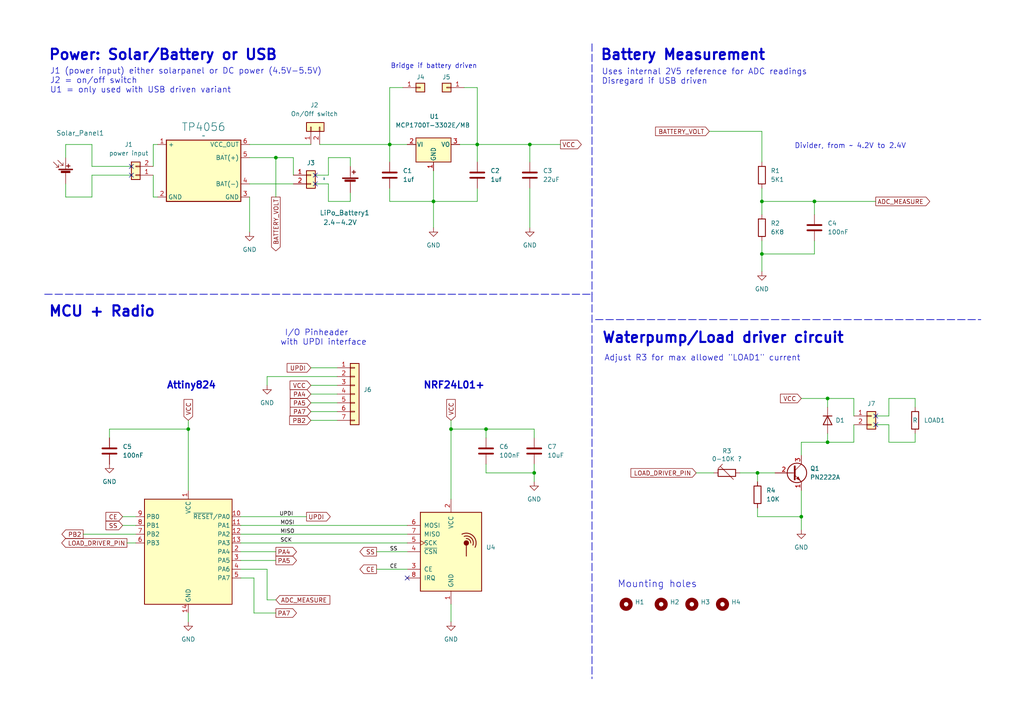
<source format=kicad_sch>
(kicad_sch (version 20231120) (generator "eeschema") (generator_version "8.0")
  (paper "A4")
  (title_block (title "Radio Node SMD") (date "2023-04-01") (rev "1.0"))
  (lib_symbols
    (symbol "Connector_Generic:Conn_01x01" (pin_names (offset 1.016) hide)
      (property "Reference" "J" (at 0 2.54 0))
      (property "Value" "Conn_01x01" (at 0 -2.54 0))
      (symbol "Conn_01x01_1_1"
        (rectangle (start -1.27 0.127) (end 0 -0.127) (stroke (width 0.1524)))
        (rectangle (start -1.27 1.27) (end 1.27 -1.27) (stroke (width 0.254)) (fill (type background)))
        (pin passive line (at -5.08 0 0) (length 3.81) (name "Pin_1") (number "1"))
      )
    )
    (symbol "Connector_Generic:Conn_01x02" (pin_names (offset 1.016) hide)
      (property "Reference" "J" (at 0 2.54 0))
      (property "Value" "Conn_01x02" (at 0 -5.08 0))
      (symbol "Conn_01x02_1_1"
        (rectangle (start -1.27 -2.413) (end 0 -2.667) (stroke (width 0.1524)))
        (rectangle (start -1.27 0.127) (end 0 -0.127) (stroke (width 0.1524)))
        (rectangle (start -1.27 1.27) (end 1.27 -3.81) (stroke (width 0.254)) (fill (type background)))
        (pin passive line (at -5.08 0 0) (length 3.81) (name "Pin_1") (number "1"))
        (pin passive line (at -5.08 -2.54 0) (length 3.81) (name "Pin_2") (number "2"))
      )
    )
    (symbol "Connector_Generic:Conn_01x07" (pin_names (offset 1.016) hide)
      (property "Reference" "J" (at 0 10.16 0))
      (property "Value" "Conn_01x07" (at 0 -10.16 0))
      (symbol "Conn_01x07_1_1"
        (rectangle (start -1.27 -7.493) (end 0 -7.747) (stroke (width 0.1524)))
        (rectangle (start -1.27 -4.953) (end 0 -5.207) (stroke (width 0.1524)))
        (rectangle (start -1.27 -2.413) (end 0 -2.667) (stroke (width 0.1524)))
        (rectangle (start -1.27 0.127) (end 0 -0.127) (stroke (width 0.1524)))
        (rectangle (start -1.27 2.667) (end 0 2.413) (stroke (width 0.1524)))
        (rectangle (start -1.27 5.207) (end 0 4.953) (stroke (width 0.1524)))
        (rectangle (start -1.27 7.747) (end 0 7.493) (stroke (width 0.1524)))
        (rectangle (start -1.27 8.89) (end 1.27 -8.89) (stroke (width 0.254)) (fill (type background)))
        (pin passive line (at -5.08 7.62 0) (length 3.81) (name "Pin_1") (number "1"))
        (pin passive line (at -5.08 5.08 0) (length 3.81) (name "Pin_2") (number "2"))
        (pin passive line (at -5.08 2.54 0) (length 3.81) (name "Pin_3") (number "3"))
        (pin passive line (at -5.08 0 0) (length 3.81) (name "Pin_4") (number "4"))
        (pin passive line (at -5.08 -2.54 0) (length 3.81) (name "Pin_5") (number "5"))
        (pin passive line (at -5.08 -5.08 0) (length 3.81) (name "Pin_6") (number "6"))
        (pin passive line (at -5.08 -7.62 0) (length 3.81) (name "Pin_7") (number "7"))
      )
    )
    (symbol "Device:Battery_Cell" (pin_numbers hide) (pin_names (offset 0) hide)
      (property "Reference" "BT" (at 2.54 2.54 0))
      (property "Value" "Battery_Cell" (at 2.54 0 0))
      (symbol "Battery_Cell_0_1"
        (rectangle (start -2.286 1.778) (end 2.286 1.524) (fill (type outline)))
        (rectangle (start -1.5748 1.1938) (end 1.4732 0.6858) (fill (type outline)))
        (polyline (pts (xy 0 0.762) (xy 0 0)))
        (polyline (pts (xy 0 1.778) (xy 0 2.54)))
        (polyline (pts (xy 0.508 3.429) (xy 1.524 3.429)) (stroke (width 0.254)))
        (polyline (pts (xy 1.016 3.937) (xy 1.016 2.921)) (stroke (width 0.254)))
      )
      (symbol "Battery_Cell_1_1"
        (pin passive line (at 0 5.08 270) (length 2.54) (name "+") (number "1"))
        (pin passive line (at 0 -2.54 90) (length 2.54) (name "-") (number "2"))
      )
    )
    (symbol "Device:C" (pin_numbers hide) (pin_names (offset 0.254))
      (property "Reference" "C" (at 0.635 2.54 0))
      (property "Value" "C" (at 0.635 -2.54 0))
      (symbol "C_0_1"
        (polyline (pts (xy -2.032 -0.762) (xy 2.032 -0.762)) (stroke (width 0.508)))
        (polyline (pts (xy -2.032 0.762) (xy 2.032 0.762)) (stroke (width 0.508)))
      )
      (symbol "C_1_1"
        (pin passive line (at 0 3.81 270) (length 2.794) (name "~") (number "1"))
        (pin passive line (at 0 -3.81 90) (length 2.794) (name "~") (number "2"))
      )
    )
    (symbol "Device:D" (pin_numbers hide) (pin_names (offset 1.016) hide)
      (property "Reference" "D" (at 0 2.54 0))
      (property "Value" "D" (at 0 -2.54 0))
      (symbol "D_0_1"
        (polyline (pts (xy -1.27 1.27) (xy -1.27 -1.27)) (stroke (width 0.254)))
        (polyline (pts (xy 1.27 0) (xy -1.27 0)))
        (polyline (pts (xy 1.27 1.27) (xy 1.27 -1.27) (xy -1.27 0) (xy 1.27 1.27)) (stroke (width 0.254)))
      )
      (symbol "D_1_1"
        (pin passive line (at -3.81 0 0) (length 2.54) (name "K") (number "1"))
        (pin passive line (at 3.81 0 180) (length 2.54) (name "A") (number "2"))
      )
    )
    (symbol "Device:R" (pin_numbers hide) (pin_names (offset 0))
      (property "Reference" "R" (at 2.032 0 90))
      (property "Value" "R" (at 0 0 90))
      (symbol "R_0_1"
        (rectangle (start -1.016 -2.54) (end 1.016 2.54) (stroke (width 0.254)))
      )
      (symbol "R_1_1"
        (pin passive line (at 0 3.81 270) (length 1.27) (name "~") (number "1"))
        (pin passive line (at 0 -3.81 90) (length 1.27) (name "~") (number "2"))
      )
    )
    (symbol "Device:R_Trim" (pin_numbers hide) (pin_names (offset 0))
      (property "Reference" "R" (at 2.54 -2.54 90))
      (property "Value" "R_Trim" (at -2.54 -0.635 90))
      (symbol "R_Trim_0_1"
        (rectangle (start -1.016 -2.54) (end 1.016 2.54) (stroke (width 0.254)))
        (polyline (pts (xy -1.905 -1.905) (xy 1.905 1.905) (xy 2.54 1.27) (xy 1.27 2.54)))
      )
      (symbol "R_Trim_1_1"
        (pin passive line (at 0 3.81 270) (length 1.27) (name "~") (number "1"))
        (pin passive line (at 0 -3.81 90) (length 1.27) (name "~") (number "2"))
      )
    )
    (symbol "Device:Solar_Cell" (pin_numbers hide) (pin_names (offset 0) hide)
      (property "Reference" "SC" (at 2.54 2.54 0))
      (property "Value" "Solar_Cell" (at 2.54 0 0))
      (symbol "Solar_Cell_0_1"
        (rectangle (start -2.032 1.778) (end 2.032 1.524) (fill (type outline)))
        (rectangle (start -1.3208 1.1938) (end 1.27 0.6858) (fill (type outline)))
        (polyline (pts (xy -2.032 2.286) (xy -3.556 3.81)))
        (polyline (pts (xy -0.762 2.794) (xy -2.286 4.318)))
        (polyline (pts (xy 0 0.762) (xy 0 0)))
        (polyline (pts (xy 0 1.778) (xy 0 2.54)))
        (polyline (pts (xy 0.254 2.667) (xy 1.27 2.667)) (stroke (width 0.254)))
        (polyline (pts (xy 0.762 3.175) (xy 0.762 2.159)) (stroke (width 0.254)))
        (polyline (pts (xy -2.032 3.048) (xy -2.032 2.286) (xy -2.794 2.286)))
        (polyline (pts (xy -0.762 3.556) (xy -0.762 2.794) (xy -1.524 2.794)))
      )
      (symbol "Solar_Cell_1_1"
        (pin passive line (at 0 5.08 270) (length 2.54) (name "+") (number "1"))
        (pin passive line (at 0 -2.54 90) (length 2.54) (name "-") (number "2"))
      )
    )
    (symbol "MCU_Microchip_ATtiny:ATtiny824-SS"
      (property "Reference" "U" (at -12.7 16.51 0))
      (property "Value" "ATtiny824-SS" (at 2.54 -16.51 0))
      (symbol "ATtiny824-SS_0_1"
        (rectangle (start -12.7 -15.24) (end 12.7 15.24) (stroke (width 0.254)) (fill (type background)))
      )
      (symbol "ATtiny824-SS_1_1"
        (pin power_in line (at 0 17.78 270) (length 2.54) (name "VCC") (number "1"))
        (pin bidirectional line (at 15.24 10.16 180) (length 2.54) (name "~{RESET}/PA0") (number "10"))
        (pin bidirectional line (at 15.24 7.62 180) (length 2.54) (name "PA1") (number "11"))
        (pin bidirectional line (at 15.24 5.08 180) (length 2.54) (name "PA2") (number "12"))
        (pin bidirectional line (at 15.24 2.54 180) (length 2.54) (name "PA3") (number "13"))
        (pin power_in line (at 0 -17.78 90) (length 2.54) (name "GND") (number "14"))
        (pin bidirectional line (at 15.24 0 180) (length 2.54) (name "PA4") (number "2"))
        (pin bidirectional line (at 15.24 -2.54 180) (length 2.54) (name "PA5") (number "3"))
        (pin bidirectional line (at 15.24 -5.08 180) (length 2.54) (name "PA6") (number "4"))
        (pin bidirectional line (at 15.24 -7.62 180) (length 2.54) (name "PA7") (number "5"))
        (pin bidirectional line (at -15.24 2.54 0) (length 2.54) (name "PB3") (number "6"))
        (pin bidirectional line (at -15.24 5.08 0) (length 2.54) (name "PB2") (number "7"))
        (pin bidirectional line (at -15.24 7.62 0) (length 2.54) (name "PB1") (number "8"))
        (pin bidirectional line (at -15.24 10.16 0) (length 2.54) (name "PB0") (number "9"))
      )
    )
    (symbol "Mechanical:MountingHole" (pin_names (offset 1.016))
      (property "Reference" "H" (at 0 5.08 0))
      (property "Value" "MountingHole" (at 0 3.175 0))
      (symbol "MountingHole_0_1"
        (circle (center 0 0) (radius 1.27) (stroke (width 1.27)))
      )
    )
    (symbol "NYA:TP4056"
      (property "Reference" "TP4056" (at 4.445 12.7 0))
      (property "Value" "~" (at 4.445 10.16 0))
      (symbol "TP4056_0_1"
        (rectangle (start 10.16 5.08) (end 10.16 5.08))
      )
      (symbol "TP4056_1_1"
        (rectangle (start -6.35 8.89) (end 15.24 -8.89) (stroke (width 0.3)) (fill (type background)))
        (pin bidirectional line (at -8.89 7.62 0) (length 2.54) (name "+") (number "1"))
        (pin bidirectional line (at -8.89 -7.62 0) (length 2.54) (name "GND") (number "2"))
        (pin bidirectional line (at 17.78 -7.62 180) (length 2.54) (name "GND") (number "3"))
        (pin bidirectional line (at 17.78 -3.81 180) (length 2.54) (name "BAT(-)") (number "4"))
        (pin power_out line (at 17.78 3.81 180) (length 2.54) (name "BAT(+)") (number "5"))
        (pin power_out line (at 17.78 7.62 180) (length 2.54) (name "VCC_OUT") (number "6"))
      )
    )
    (symbol "RF:NRF24L01_Breakout" (pin_names (offset 1.016))
      (property "Reference" "U" (at -8.89 12.7 0))
      (property "Value" "NRF24L01_Breakout" (at 3.81 12.7 0))
      (symbol "NRF24L01_Breakout_0_1"
        (rectangle (start -8.89 11.43) (end 8.89 -11.43) (stroke (width 0.254)) (fill (type background)))
        (polyline (pts (xy 4.445 1.905) (xy 4.445 -1.27)) (stroke (width 0.254)))
        (circle (center 4.445 2.54) (radius 0.635) (stroke (width 0.254)) (fill (type outline)))
        (arc (start 5.715 2.54) (mid 5.3521 3.4546) (end 4.445 3.81) (stroke (width 0.254)))
        (arc (start 6.35 1.905) (mid 5.8763 3.9854) (end 3.81 4.445) (stroke (width 0.254)))
        (arc (start 6.985 1.27) (mid 6.453 4.548) (end 3.175 5.08) (stroke (width 0.254)))
      )
      (symbol "NRF24L01_Breakout_1_1"
        (pin power_in line (at 0 -15.24 90) (length 3.81) (name "GND") (number "1"))
        (pin power_in line (at 0 15.24 270) (length 3.81) (name "VCC") (number "2"))
        (pin input line (at -12.7 -5.08 0) (length 3.81) (name "CE") (number "3"))
        (pin input line (at -12.7 0 0) (length 3.81) (name "~{CSN}") (number "4"))
        (pin input clock (at -12.7 2.54 0) (length 3.81) (name "SCK") (number "5"))
        (pin input line (at -12.7 7.62 0) (length 3.81) (name "MOSI") (number "6"))
        (pin output line (at -12.7 5.08 0) (length 3.81) (name "MISO") (number "7"))
        (pin output line (at -12.7 -7.62 0) (length 3.81) (name "IRQ") (number "8"))
      )
    )
    (symbol "Regulator_Linear:MCP1700x-330xxTO" (pin_names (offset 0.254))
      (property "Reference" "U" (at -3.81 -3.175 0))
      (property "Value" "MCP1700x-330xxTO" (at 0 -3.175 0))
      (symbol "MCP1700x-330xxTO_0_1"
        (rectangle (start -5.08 5.08) (end 5.08 -1.905) (stroke (width 0.254)) (fill (type background)))
      )
      (symbol "MCP1700x-330xxTO_1_1"
        (pin power_in line (at 0 7.62 270) (length 2.54) (name "GND") (number "1"))
        (pin power_in line (at -7.62 0 0) (length 2.54) (name "VI") (number "2"))
        (pin power_out line (at 7.62 0 180) (length 2.54) (name "VO") (number "3"))
      )
    )
    (symbol "Transistor_BJT:PN2222A" (pin_names (offset 0) hide)
      (property "Reference" "Q" (at 5.08 1.905 0))
      (property "Value" "PN2222A" (at 5.08 0 0))
      (symbol "PN2222A_0_1"
        (polyline (pts (xy 0 0) (xy 0.635 0)))
        (polyline (pts (xy 2.54 -2.54) (xy 0.635 -0.635)))
        (polyline (pts (xy 2.54 2.54) (xy 0.635 0.635)))
        (polyline (pts (xy 0.635 1.905) (xy 0.635 -1.905) (xy 0.635 -1.905)) (stroke (width 0.508)))
        (polyline (pts (xy 2.413 -2.413) (xy 1.905 -1.905) (xy 1.905 -1.905)))
        (polyline (pts (xy 1.143 -1.651) (xy 1.651 -1.143) (xy 2.159 -2.159) (xy 1.143 -1.651) (xy 1.143 -1.651)) (fill (type outline)))
        (circle (center 1.27 0) (radius 2.8194) (stroke (width 0.254)))
      )
      (symbol "PN2222A_1_1"
        (pin passive line (at 2.54 -5.08 90) (length 2.54) (name "E") (number "1"))
        (pin input line (at -5.08 0 0) (length 5.08) (name "B") (number "2"))
        (pin passive line (at 2.54 5.08 270) (length 2.54) (name "C") (number "3"))
      )
    )
    (symbol "power:GND" (power) (pin_names (offset 0))
      (property "Value" "GND" (at 0 -3.81 0))
      (symbol "GND_0_1"
        (polyline (pts (xy 0 0) (xy 0 -1.27) (xy 1.27 -1.27) (xy 0 -2.54) (xy -1.27 -1.27) (xy 0 -1.27)))
      )
      (symbol "GND_1_1"
        (pin power_in line (at 0 0 270) (length 0) hide (name "GND") (number "1"))
      )
    )
  )
  (junction (at 240.03 115.57))
  (junction (at 219.71 137.16))
  (junction (at 80.01 45.72))
  (junction (at 236.22 58.42))
  (junction (at 54.61 124.46))
  (junction (at 153.67 41.91))
  (junction (at 130.81 124.46))
  (junction (at 232.41 149.86))
  (junction (at 125.73 58.42))
  (junction (at 220.98 73.66))
  (junction (at 138.43 41.91))
  (junction (at 140.97 124.46))
  (junction (at 220.98 58.42))
  (junction (at 240.03 128.27))
  (junction (at 154.94 137.16))
  (junction (at 113.03 41.91))
  (no_connect (at 118.11 167.64))
  (no_connect (at 38.1 50.8))
  (no_connect (at 254 123.19))
  (no_connect (at 91.44 53.34))
  (no_connect (at 38.1 48.26))
  (no_connect (at 91.44 50.8))
  (no_connect (at 254 120.65))
  (wire (pts (xy 138.43 41.91) (xy 138.43 25.4)))
  (wire (pts (xy 69.85 167.64) (xy 73.66 167.64)))
  (wire (pts (xy 154.94 137.16) (xy 154.94 139.7)))
  (wire (pts (xy 232.41 128.27) (xy 232.41 132.08)))
  (wire (pts (xy 54.61 124.46) (xy 54.61 142.24)))
  (wire (pts (xy 257.81 120.65) (xy 257.81 115.57)))
  (wire (pts (xy 73.66 177.8) (xy 80.01 177.8)))
  (wire (pts (xy 153.67 54.61) (xy 153.67 66.04)))
  (wire (pts (xy 97.79 109.22) (xy 77.47 109.22)))
  (wire (pts (xy 45.72 57.15) (xy 44.45 57.15)))
  (wire (pts (xy 19.05 41.91) (xy 26.67 41.91)))
  (wire (pts (xy 113.03 25.4) (xy 113.03 41.91)))
  (polyline (pts (xy 12.954 85.344) (xy 171.704 85.344)) (stroke (width 0.2) (type dash)))
  (wire (pts (xy 90.17 119.38) (xy 97.79 119.38)))
  (wire (pts (xy 130.81 124.46) (xy 130.81 144.78)))
  (wire (pts (xy 31.75 127) (xy 31.75 124.46)))
  (wire (pts (xy 247.65 115.57) (xy 240.03 115.57)))
  (wire (pts (xy 219.71 137.16) (xy 214.63 137.16)))
  (wire (pts (xy 130.81 124.46) (xy 140.97 124.46)))
  (wire (pts (xy 80.01 45.72) (xy 80.01 57.15)))
  (wire (pts (xy 45.72 41.91) (xy 44.45 41.91)))
  (wire (pts (xy 35.56 152.4) (xy 39.37 152.4)))
  (wire (pts (xy 80.01 45.72) (xy 85.09 45.72)))
  (wire (pts (xy 77.47 173.99) (xy 80.01 173.99)))
  (wire (pts (xy 138.43 25.4) (xy 134.62 25.4)))
  (wire (pts (xy 219.71 137.16) (xy 219.71 139.7)))
  (wire (pts (xy 26.67 48.26) (xy 26.67 41.91)))
  (wire (pts (xy 26.67 48.26) (xy 38.1 48.26)))
  (wire (pts (xy 138.43 41.91) (xy 153.67 41.91)))
  (wire (pts (xy 219.71 147.32) (xy 219.71 149.86)))
  (wire (pts (xy 133.35 41.91) (xy 138.43 41.91)))
  (wire (pts (xy 220.98 73.66) (xy 220.98 78.74)))
  (wire (pts (xy 91.44 50.8) (xy 95.25 50.8)))
  (wire (pts (xy 125.73 58.42) (xy 113.03 58.42)))
  (polyline (pts (xy 172.72 92.71) (xy 284.48 92.71)) (stroke (width 0.2) (type dash)))
  (wire (pts (xy 138.43 54.61) (xy 138.43 58.42)))
  (wire (pts (xy 72.39 53.34) (xy 85.09 53.34)))
  (wire (pts (xy 44.45 57.15) (xy 44.45 50.8)))
  (wire (pts (xy 205.74 38.1) (xy 220.98 38.1)))
  (wire (pts (xy 91.44 53.34) (xy 95.25 53.34)))
  (polyline (pts (xy 171.704 12.7) (xy 171.704 85.344)) (stroke (width 0.2) (type dash)))
  (wire (pts (xy 140.97 124.46) (xy 140.97 127)))
  (wire (pts (xy 77.47 109.22) (xy 77.47 111.76)))
  (wire (pts (xy 138.43 41.91) (xy 138.43 46.99)))
  (wire (pts (xy 232.41 128.27) (xy 240.03 128.27)))
  (wire (pts (xy 236.22 62.23) (xy 236.22 58.42)))
  (wire (pts (xy 101.6 58.42) (xy 101.6 55.88)))
  (wire (pts (xy 101.6 45.72) (xy 101.6 48.26)))
  (wire (pts (xy 130.81 180.34) (xy 130.81 175.26)))
  (wire (pts (xy 247.65 120.65) (xy 247.65 115.57)))
  (wire (pts (xy 220.98 58.42) (xy 220.98 62.23)))
  (wire (pts (xy 125.73 58.42) (xy 125.73 66.04)))
  (wire (pts (xy 220.98 38.1) (xy 220.98 46.99)))
  (wire (pts (xy 26.67 50.8) (xy 38.1 50.8)))
  (wire (pts (xy 69.85 149.86) (xy 88.9 149.86)))
  (wire (pts (xy 69.85 154.94) (xy 118.11 154.94)))
  (wire (pts (xy 69.85 157.48) (xy 118.11 157.48)))
  (wire (pts (xy 265.43 125.73) (xy 265.43 128.27)))
  (wire (pts (xy 257.81 115.57) (xy 265.43 115.57)))
  (wire (pts (xy 138.43 58.42) (xy 125.73 58.42)))
  (wire (pts (xy 73.66 167.64) (xy 73.66 177.8)))
  (wire (pts (xy 236.22 73.66) (xy 220.98 73.66)))
  (wire (pts (xy 140.97 134.62) (xy 140.97 137.16)))
  (wire (pts (xy 72.39 57.15) (xy 72.39 67.31)))
  (wire (pts (xy 153.67 41.91) (xy 153.67 46.99)))
  (wire (pts (xy 69.85 152.4) (xy 118.11 152.4)))
  (wire (pts (xy 254 120.65) (xy 257.81 120.65)))
  (wire (pts (xy 219.71 149.86) (xy 232.41 149.86)))
  (wire (pts (xy 125.73 49.53) (xy 125.73 58.42)))
  (wire (pts (xy 232.41 142.24) (xy 232.41 149.86)))
  (wire (pts (xy 90.17 121.92) (xy 97.79 121.92)))
  (wire (pts (xy 257.81 123.19) (xy 257.81 128.27)))
  (wire (pts (xy 69.85 160.02) (xy 80.01 160.02)))
  (wire (pts (xy 220.98 69.85) (xy 220.98 73.66)))
  (wire (pts (xy 236.22 58.42) (xy 254 58.42)))
  (wire (pts (xy 69.85 162.56) (xy 80.01 162.56)))
  (wire (pts (xy 95.25 58.42) (xy 95.25 53.34)))
  (wire (pts (xy 19.05 57.15) (xy 26.67 57.15)))
  (wire (pts (xy 101.6 58.42) (xy 95.25 58.42)))
  (wire (pts (xy 201.93 137.16) (xy 207.01 137.16)))
  (wire (pts (xy 109.22 160.02) (xy 118.11 160.02)))
  (wire (pts (xy 154.94 134.62) (xy 154.94 137.16)))
  (wire (pts (xy 90.17 116.84) (xy 97.79 116.84)))
  (wire (pts (xy 247.65 123.19) (xy 247.65 128.27)))
  (wire (pts (xy 265.43 115.57) (xy 265.43 118.11)))
  (wire (pts (xy 232.41 149.86) (xy 232.41 153.67)))
  (wire (pts (xy 19.05 53.34) (xy 19.05 57.15)))
  (wire (pts (xy 220.98 54.61) (xy 220.98 58.42)))
  (wire (pts (xy 77.47 165.1) (xy 77.47 173.99)))
  (wire (pts (xy 116.84 25.4) (xy 113.03 25.4)))
  (wire (pts (xy 54.61 121.92) (xy 54.61 124.46)))
  (wire (pts (xy 24.13 154.94) (xy 39.37 154.94)))
  (wire (pts (xy 140.97 137.16) (xy 154.94 137.16)))
  (wire (pts (xy 154.94 124.46) (xy 154.94 127)))
  (wire (pts (xy 130.81 121.92) (xy 130.81 124.46)))
  (wire (pts (xy 69.85 165.1) (xy 77.47 165.1)))
  (wire (pts (xy 247.65 128.27) (xy 240.03 128.27)))
  (wire (pts (xy 236.22 69.85) (xy 236.22 73.66)))
  (wire (pts (xy 220.98 58.42) (xy 236.22 58.42)))
  (wire (pts (xy 95.25 45.72) (xy 101.6 45.72)))
  (wire (pts (xy 31.75 124.46) (xy 54.61 124.46)))
  (wire (pts (xy 90.17 111.76) (xy 97.79 111.76)))
  (wire (pts (xy 254 123.19) (xy 257.81 123.19)))
  (wire (pts (xy 72.39 41.91) (xy 90.17 41.91)))
  (wire (pts (xy 219.71 137.16) (xy 224.79 137.16)))
  (wire (pts (xy 109.22 165.1) (xy 118.11 165.1)))
  (wire (pts (xy 72.39 45.72) (xy 80.01 45.72)))
  (wire (pts (xy 35.56 149.86) (xy 39.37 149.86)))
  (wire (pts (xy 44.45 41.91) (xy 44.45 48.26)))
  (wire (pts (xy 257.81 128.27) (xy 265.43 128.27)))
  (wire (pts (xy 113.03 41.91) (xy 113.03 46.99)))
  (wire (pts (xy 90.17 106.68) (xy 97.79 106.68)))
  (polyline (pts (xy 171.704 85.344) (xy 171.704 196.85)) (stroke (width 0.2) (type dash)))
  (wire (pts (xy 240.03 115.57) (xy 240.03 118.11)))
  (wire (pts (xy 140.97 124.46) (xy 154.94 124.46)))
  (wire (pts (xy 36.83 157.48) (xy 39.37 157.48)))
  (wire (pts (xy 92.71 41.91) (xy 113.03 41.91)))
  (wire (pts (xy 85.09 45.72) (xy 85.09 50.8)))
  (wire (pts (xy 19.05 41.91) (xy 19.05 45.72)))
  (wire (pts (xy 153.67 41.91) (xy 162.56 41.91)))
  (wire (pts (xy 90.17 114.3) (xy 97.79 114.3)))
  (wire (pts (xy 240.03 128.27) (xy 240.03 125.73)))
  (wire (pts (xy 95.25 50.8) (xy 95.25 45.72)))
  (wire (pts (xy 26.67 50.8) (xy 26.67 57.15)))
  (wire (pts (xy 113.03 54.61) (xy 113.03 58.42)))
  (wire (pts (xy 113.03 41.91) (xy 118.11 41.91)))
  (wire (pts (xy 54.61 177.8) (xy 54.61 180.34)))
  (wire (pts (xy 232.41 115.57) (xy 240.03 115.57)))
  (text "Power: Solar/Battery or USB\n" (at 13.97 17.78 0) (effects (font (size 3 3) (thickness 0.6) (bold yes)) (justify left bottom)))
  (text "Battery Measurement\n" (at 173.99 17.78 0) (effects (font (size 3 3) (thickness 0.6) (bold yes)) (justify left bottom)))
  (text "MCU + Radio\n" (at 13.97 92.202 0) (effects (font (size 3 3) (bold yes)) (justify left bottom)))
  (text "Mounting holes" (at 179.07 170.688 0) (effects (font (size 2 2)) (justify left bottom)))
  (text "Waterpump/Load driver circuit\n" (at 174.498 99.822 0) (effects (font (size 3 3) (bold yes)) (justify left bottom)))
  (text "J1 (power input) either solarpanel or DC power (4.5V-5.5V)\nJ2 = on/off switch\nU1 = only used with USB driven variant" (at 14.478 27.178 0) (effects (font (size 1.7 1.7)) (justify left bottom)))
  (text "Adjust R3 for max allowed \"LOAD1\" current " (at 175.26 104.902 0) (effects (font (size 1.7 1.7)) (justify left bottom)))
  (text "Attiny824" (at 48.26 113.03 0) (effects (font (size 2 2) (bold yes)) (justify left bottom)))
  (text "Bridge if battery driven" (at 113.284 20.066 0) (effects (font (size 1.4 1.4)) (justify left bottom)))
  (text "Uses internal 2V5 reference for ADC readings\nDisregard if USB driven\n" (at 174.498 24.638 0) (effects (font (size 1.7 1.7)) (justify left bottom)))
  (text "NRF24L01+" (at 122.682 113.03 0) (effects (font (size 2 2) (bold yes)) (justify left bottom)))
  (text " I/O Pinheader\nwith UPDI interface" (at 81.28 100.33 0) (effects (font (size 1.7 1.7)) (justify left bottom)))
  (text "Divider, from ~ 4.2V to 2.4V" (at 246.634 42.418 0) (effects (font (size 1.5 1.5))))
  (label "SS" (at 113.03 160.02 0) (effects (font (size 1.1 1.1))))
  (label "CE" (at 113.03 165.1 0) (effects (font (size 1.1 1.1))))
  (label "MISO" (at 81.28 154.94 0) (effects (font (size 1.1 1.1))))
  (label "UPDI" (at 85.09 149.86 180) (effects (font (size 1.1 1.1))))
  (label "MOSI" (at 81.28 152.4 0) (effects (font (size 1.1 1.1))))
  (label "SCK" (at 81.28 157.48 0) (effects (font (size 1.1 1.1))))
  (global_label "PA4" (shape input) (at 90.17 114.3 180) (property "Intersheetrefs" "${INTERSHEET_REFS}" (effects (hide yes))))
  (global_label "UPDI" (shape input) (at 90.17 106.68 180) (property "Intersheetrefs" "${INTERSHEET_REFS}" (effects (hide yes))))
  (global_label "VCC" (shape output) (at 162.56 41.91 0) (property "Intersheetrefs" "${INTERSHEET_REFS}" (effects (hide yes))))
  (global_label "PA7" (shape input) (at 90.17 119.38 180) (property "Intersheetrefs" "${INTERSHEET_REFS}" (effects (hide yes))))
  (global_label "SS" (shape output) (at 109.22 160.02 180) (property "Intersheetrefs" "${INTERSHEET_REFS}" (effects (hide yes))))
  (global_label "VCC" (shape input) (at 232.41 115.57 180) (property "Intersheetrefs" "${INTERSHEET_REFS}" (effects (hide yes))))
  (global_label "ADC_MEASURE" (shape output) (at 254 58.42 0) (property "Intersheetrefs" "${INTERSHEET_REFS}" (effects (hide yes))))
  (global_label "LOAD_DRIVER_PIN" (shape input) (at 201.93 137.16 180) (property "Intersheetrefs" "${INTERSHEET_REFS}" (effects (hide yes))))
  (global_label "UPDI" (shape output) (at 88.9 149.86 0) (property "Intersheetrefs" "${INTERSHEET_REFS}" (effects (hide yes))))
  (global_label "VCC" (shape input) (at 54.61 121.92 90) (property "Intersheetrefs" "${INTERSHEET_REFS}" (effects (hide yes))))
  (global_label "LOAD_DRIVER_PIN" (shape output) (at 36.83 157.48 180) (property "Intersheetrefs" "${INTERSHEET_REFS}" (effects (hide yes))))
  (global_label "VCC" (shape input) (at 90.17 111.76 180) (property "Intersheetrefs" "${INTERSHEET_REFS}" (effects (hide yes))))
  (global_label "PA7" (shape output) (at 80.01 177.8 0) (property "Intersheetrefs" "${INTERSHEET_REFS}" (effects (hide yes))))
  (global_label "VCC" (shape input) (at 130.81 121.92 90) (property "Intersheetrefs" "${INTERSHEET_REFS}" (effects (hide yes))))
  (global_label "BATTERY_VOLT" (shape output) (at 80.01 57.15 270) (property "Intersheetrefs" "BAT_V" (effects (hide yes))))
  (global_label "SS" (shape input) (at 35.56 152.4 180) (property "Intersheetrefs" "${INTERSHEET_REFS}" (effects (hide yes))))
  (global_label "CE" (shape output) (at 109.22 165.1 180) (property "Intersheetrefs" "${INTERSHEET_REFS}" (effects (hide yes))))
  (global_label "BATTERY_VOLT" (shape input) (at 205.74 38.1 180) (property "Intersheetrefs" "BAT_V" (effects (hide yes))))
  (global_label "PB2" (shape input) (at 90.17 121.92 180) (property "Intersheetrefs" "${INTERSHEET_REFS}" (effects (hide yes))))
  (global_label "ADC_MEASURE" (shape input) (at 80.01 173.99 0) (property "Intersheetrefs" "${INTERSHEET_REFS}" (effects (hide yes))))
  (global_label "PA5" (shape output) (at 80.01 162.56 0) (property "Intersheetrefs" "${INTERSHEET_REFS}" (effects (hide yes))))
  (global_label "PA4" (shape output) (at 80.01 160.02 0) (property "Intersheetrefs" "${INTERSHEET_REFS}" (effects (hide yes))))
  (global_label "PA5" (shape input) (at 90.17 116.84 180) (property "Intersheetrefs" "${INTERSHEET_REFS}" (effects (hide yes))))
  (global_label "PB2" (shape output) (at 24.13 154.94 180) (property "Intersheetrefs" "${INTERSHEET_REFS}" (effects (hide yes))))
  (global_label "CE" (shape input) (at 35.56 149.86 180) (property "Intersheetrefs" "${INTERSHEET_REFS}" (effects (hide yes))))
  (symbol (lib_id "power:GND") (at 77.47 111.76 0) (unit 1)
    (property "Reference" "#PWR07" (effects (hide yes)))
    (property "Value" "GND" (at 77.47 116.84 0))
  )
  (symbol (lib_id "Device:R") (at 219.71 143.51 0) (unit 1)
    (property "Reference" "R4" (at 222.25 142.2399 0) (effects (justify left)))
    (property "Value" "10K" (at 222.25 144.7799 0) (effects (justify left)))
    (property "Footprint" "Resistor_SMD:R_0805_2012Metric_Pad1.20x1.40mm_HandSolder" (effects (hide yes)))
    (property "Datasheet" "https://www.mouser.se/datasheet/2/315/AOA0000C307-1149632.pdf" (effects (hide yes)))
  )
  (symbol (lib_id "power:GND") (at 154.94 139.7 0) (unit 1)
    (property "Reference" "#PWR014" (effects (hide yes)))
    (property "Value" "GND" (at 154.94 144.78 0))
  )
  (symbol (lib_id "Regulator_Linear:MCP1700x-330xxTO") (at 125.73 41.91 0) (mirror x) (unit 1)
    (property "Reference" "U1" (at 125.984 33.782 0))
    (property "Value" "MCP1700T-3302E/MB " (at 125.984 36.322 0))
    (property "Footprint" "Package_TO_SOT_SMD:SOT-89-3" (effects (hide yes)))
    (property "Datasheet" "https://www.mouser.se/datasheet/2/268/MCP1700_Data_Sheet_20001826F-737536.pdf" (effects (hide yes)))
  )
  (symbol (lib_id "Device:C") (at 140.97 130.81 0) (unit 1)
    (property "Reference" "C6" (at 144.78 129.5399 0) (effects (justify left)))
    (property "Value" "100nF" (at 144.78 132.0799 0) (effects (justify left)))
    (property "Footprint" "Capacitor_Tantalum_SMD:CP_EIA-2012-15_AVX-P_Pad1.30x1.05mm_HandSolder" (effects (hide yes)))
    (property "Datasheet" "https://www.mouser.se/datasheet/2/447/KEM_C1002_X7R_SMD-3316098.pdf" (effects (hide yes)))
  )
  (symbol (lib_id "Connector_Generic:Conn_01x01") (at 121.92 25.4 0) (unit 1)
    (property "Reference" "J4" (at 123.19 22.352 0) (effects (justify right)))
    (property "Value" "Conn_01x01" (effects (hide yes)))
    (property "Footprint" "Connector_PinHeader_2.54mm:PinHeader_1x01_P2.54mm_Vertical" (effects (hide yes)))
    (property "Description" "Generic connector, single row, 01x01, script generated (kicad-library-utils/schlib/autogen/connector/)" (effects (hide yes)))
  )
  (symbol (lib_id "Connector_Generic:Conn_01x02") (at 252.73 120.65 0) (unit 1)
    (property "Reference" "J7" (at 252.73 117.094 0))
    (property "Value" "On/Off switch" (effects (hide yes)))
    (property "Footprint" "Connector_PinHeader_2.54mm:PinHeader_1x02_P2.54mm_Vertical" (effects (hide yes)))
    (property "Description" "Generic connector, single row, 01x02, script generated (kicad-library-utils/schlib/autogen/connector/)" (effects (hide yes)))
  )
  (symbol (lib_id "Connector_Generic:Conn_01x02") (at 39.37 50.8 180) (unit 1)
    (property "Reference" "J1" (at 37.338 41.91 0))
    (property "Value" "power input" (at 37.338 44.45 0))
    (property "Footprint" "Connector_PinHeader_2.54mm:PinHeader_1x02_P2.54mm_Vertical" (effects (hide yes)))
    (property "Description" "Generic connector, single row, 01x02, script generated (kicad-library-utils/schlib/autogen/connector/)" (effects (hide yes)))
  )
  (symbol (lib_id "power:GND") (at 130.81 180.34 0) (unit 1)
    (property "Reference" "#PWR08" (effects (hide yes)))
    (property "Value" "GND" (at 130.81 185.42 0))
  )
  (symbol (lib_id "power:GND") (at 153.67 66.04 0) (unit 1)
    (property "Reference" "#PWR04" (effects (hide yes)))
    (property "Value" "GND" (at 153.67 71.12 0))
  )
  (symbol (lib_id "power:GND") (at 31.75 134.62 0) (unit 1)
    (property "Reference" "#PWR012" (effects (hide yes)))
    (property "Value" "GND" (at 31.75 139.7 0))
  )
  (symbol (lib_id "Connector_Generic:Conn_01x02") (at 90.17 36.83 90) (unit 1)
    (property "Reference" "J2" (at 91.186 30.48 90))
    (property "Value" "On/Off switch" (at 91.186 33.02 90))
    (property "Footprint" "Connector_PinHeader_2.54mm:PinHeader_1x02_P2.54mm_Vertical" (effects (hide yes)))
    (property "Description" "Generic connector, single row, 01x02, script generated (kicad-library-utils/schlib/autogen/connector/)" (effects (hide yes)))
  )
  (symbol (lib_id "power:GND") (at 125.73 66.04 0) (unit 1)
    (property "Reference" "#PWR03" (effects (hide yes)))
    (property "Value" "GND" (at 125.73 71.12 0))
  )
  (symbol (lib_id "Connector_Generic:Conn_01x07") (at 102.87 114.3 0) (unit 1)
    (property "Reference" "J6" (at 105.41 113.0299 0) (effects (justify left)))
    (property "Value" "Conn_01x07" (effects (hide yes)))
    (property "Description" "Generic connector, single row, 01x07, script generated (kicad-library-utils/schlib/autogen/connector/)" (effects (hide yes)))
  )
  (symbol (lib_id "Device:D") (at 240.03 121.92 270) (unit 1)
    (property "Reference" "D1" (at 242.316 121.92 90) (effects (justify left)))
    (property "Value" "D" (effects (hide yes)))
    (property "Footprint" "Diode_SMD:D_SOD-123F" (effects (hide yes)))
    (property "Datasheet" "https://www.mouser.se/datasheet/2/80/CGRKM4001_HF_Thru__CGRKM4007_HF_RevH-3083814.pdf" (effects (hide yes)))
    (property "Description" "CGRKM4005-HF " (effects (hide yes)))
    (property "Sim.Device" "D" (effects (hide yes)))
    (property "Sim.Pins" "1=K 2=A" (effects (hide yes)))
  )
  (symbol (lib_id "NYA:TP4056") (at 54.61 49.53 0) (unit 1)
    (property "Reference" "TP4056" (at 59.055 36.83 0) (effects (font (size 2.27 2.27))))
    (property "Value" "~" (at 59.055 39.37 0))
    (property "Footprint" "TP4045:TP4056-18650" (effects (hide yes)))
  )
  (symbol (lib_id "Device:Battery_Cell") (at 101.6 53.34 0) (unit 1) (exclude_from_sim yes) (in_bom no) (on_board no)
    (property "Reference" "LiPo_Battery1" (at 92.71 61.722 0) (effects (font (size 1.4 1.4)) (justify left)))
    (property "Value" "2.4-4.2V" (at 93.726 64.516 0) (effects (font (size 1.4 1.4)) (justify left)))
  )
  (symbol (lib_id "Mechanical:MountingHole") (at 200.66 175.26 0) (unit 1) (exclude_from_sim yes) (in_bom no) (on_board no)
    (property "Reference" "H3" (at 203.2 174.625 0) (effects (justify left)))
    (property "Value" "MountingHole" (effects (hide yes)))
    (property "Footprint" "MountingHole:MountingHole_2.5mm" (effects (hide yes)))
  )
  (symbol (lib_id "Device:C") (at 153.67 50.8 0) (unit 1)
    (property "Reference" "C3" (at 157.48 49.5299 0) (effects (justify left)))
    (property "Value" "22uF" (at 157.48 52.0699 0) (effects (justify left)))
    (property "Footprint" "Capacitor_SMD:C_1210_3225Metric_Pad1.33x2.70mm_HandSolder" (effects (hide yes)))
    (property "Datasheet" "https://www.mouser.se/datasheet/2/585/MLCC-1837944.pdf" (effects (hide yes)))
    (property "Description" "CL32B106KAJNNNE" (effects (hide yes)))
  )
  (symbol (lib_id "Device:R") (at 265.43 121.92 0) (unit 1) (exclude_from_sim yes) (in_bom no) (on_board no)
    (property "Reference" "LOAD1" (at 267.97 121.9199 0) (effects (justify left)))
    (property "Value" "R" (at 264.668 121.92 0) (effects (justify left)))
    (property "Description" "Resistor" (effects (hide yes)))
  )
  (symbol (lib_id "Device:Solar_Cell") (at 19.05 50.8 0) (unit 1) (exclude_from_sim yes) (in_bom no) (on_board no)
    (property "Reference" "Solar_Panel1" (at 16.256 38.608 0) (effects (font (size 1.4 1.4)) (justify left)))
    (property "Value" "Max 5.5V output" (effects (hide yes)))
  )
  (symbol (lib_id "Device:R_Trim") (at 210.82 137.16 90) (unit 1)
    (property "Reference" "R3" (at 210.82 130.81 90))
    (property "Value" "0-10K ?" (at 210.82 133.096 90))
    (property "Footprint" "Resistor_THT:R_Axial_DIN0207_L6.3mm_D2.5mm_P7.62mm_Horizontal" (effects (hide yes)))
  )
  (symbol (lib_id "MCU_Microchip_ATtiny:ATtiny824-SS") (at 54.61 160.02 0) (unit 1)
    (property "Reference" "U2" (effects (hide yes)))
    (property "Value" "ATtiny84A-P" (effects (hide yes)))
    (property "Footprint" "Package_SO:SOIC-14_3.9x8.7mm_P1.27mm" (effects (hide yes)))
    (property "Datasheet" "https://ww1.microchip.com/downloads/en/DeviceDoc/ATtiny424-426-427-824-826-827-DataSheet-DS40002311A.pdf" (effects (hide yes)))
    (property "Description" "20MHz, 8kB Flash, 1kB SRAM, 128B EEPROM, SOIC-14" (effects (hide yes)))
    (property "save" "Package_DIP:DIP-14_W7.62mm" (effects (hide yes)))
  )
  (symbol (lib_id "Connector_Generic:Conn_01x02") (at 90.17 50.8 0) (unit 1)
    (property "Reference" "J3" (at 90.17 47.244 0))
    (property "Value" "~" (at 93.98 51.816 90))
    (property "Footprint" "Connector_PinHeader_2.54mm:PinHeader_1x02_P2.54mm_Vertical" (effects (hide yes)))
    (property "Description" "Generic connector, single row, 01x02, script generated (kicad-library-utils/schlib/autogen/connector/)" (effects (hide yes)))
  )
  (symbol (lib_id "RF:NRF24L01_Breakout") (at 130.81 160.02 0) (unit 1)
    (property "Reference" "U4" (at 140.97 158.7499 0) (effects (justify left)))
    (property "Value" "NRF24L01_Breakout" (effects (hide yes)))
    (property "Footprint" "RF_Module:nRF24L01_Breakout" (effects (hide yes)))
    (property "Datasheet" "http://www.nordicsemi.com/eng/content/download/2730/34105/file/nRF24L01_Product_Specification_v2_0.pdf" (effects (hide yes)))
    (property "Description" "Ultra low power 2.4GHz RF Transceiver, Carrier PCB" (effects (hide yes)))
  )
  (symbol (lib_id "Mechanical:MountingHole") (at 209.55 175.26 0) (unit 1) (exclude_from_sim yes) (in_bom no) (on_board no)
    (property "Reference" "H4" (at 212.09 174.625 0) (effects (justify left)))
    (property "Value" "MountingHole" (effects (hide yes)))
    (property "Footprint" "MountingHole:MountingHole_2.5mm" (effects (hide yes)))
  )
  (symbol (lib_id "Device:C") (at 154.94 130.81 0) (unit 1)
    (property "Reference" "C7" (at 158.75 129.5399 0) (effects (justify left)))
    (property "Value" "10uF" (at 158.75 132.0799 0) (effects (justify left)))
    (property "Footprint" "Capacitor_SMD:C_1210_3225Metric_Pad1.33x2.70mm_HandSolder" (effects (hide yes)))
    (property "Datasheet" "https://www.mouser.se/datasheet/2/585/MLCC-1837944.pdf" (effects (hide yes)))
    (property "Description" "CL32B106KAJNNNE" (effects (hide yes)))
  )
  (symbol (lib_id "power:GND") (at 54.61 180.34 0) (unit 1)
    (property "Reference" "#PWR05" (effects (hide yes)))
    (property "Value" "GND" (at 54.61 185.42 0))
  )
  (symbol (lib_id "Transistor_BJT:PN2222A") (at 229.87 137.16 0) (unit 1)
    (property "Reference" "Q1" (at 234.95 135.8899 0) (effects (justify left)))
    (property "Value" "PN2222A" (at 234.95 138.4299 0) (effects (justify left)))
    (property "Footprint" "Package_TO_SOT_THT:TO-92_Inline_Wide" (effects (hide yes)))
    (property "Datasheet" "https://www.onsemi.com/pub/Collateral/PN2222-D.PDF" (effects (hide yes)))
    (property "Description" "1A Ic, 40V Vce, NPN Transistor, General Purpose Transistor, TO-92" (effects (hide yes)))
  )
  (symbol (lib_id "Device:C") (at 138.43 50.8 0) (unit 1)
    (property "Reference" "C2" (at 142.24 49.5299 0) (effects (justify left)))
    (property "Value" "1uf" (at 142.24 52.0699 0) (effects (justify left)))
    (property "Footprint" "Capacitor_Tantalum_SMD:CP_EIA-2012-15_AVX-P_Pad1.30x1.05mm_HandSolder" (effects (hide yes)))
    (property "Datasheet" "https://www.mouser.se/datasheet/2/447/KEM_C1002_X7R_SMD-3316098.pdf" (effects (hide yes)))
    (property "Description" "C0805C105K8RACTU" (effects (hide yes)))
  )
  (symbol (lib_id "power:GND") (at 220.98 78.74 0) (unit 1)
    (property "Reference" "#PWR01" (effects (hide yes)))
    (property "Value" "GND" (at 220.98 83.82 0))
  )
  (symbol (lib_id "power:GND") (at 232.41 153.67 0) (unit 1)
    (property "Reference" "#PWR06" (effects (hide yes)))
    (property "Value" "GND" (at 232.41 158.75 0))
  )
  (symbol (lib_id "Mechanical:MountingHole") (at 181.61 175.26 0) (unit 1) (exclude_from_sim yes) (in_bom no) (on_board no)
    (property "Reference" "H1" (at 184.15 174.625 0) (effects (justify left)))
    (property "Value" "MountingHole" (effects (hide yes)))
    (property "Footprint" "MountingHole:MountingHole_2.5mm" (effects (hide yes)))
  )
  (symbol (lib_id "power:GND") (at 72.39 67.31 0) (unit 1)
    (property "Reference" "#PWR02" (effects (hide yes)))
    (property "Value" "GND" (at 72.39 72.39 0))
  )
  (symbol (lib_id "Device:R") (at 220.98 66.04 0) (unit 1)
    (property "Reference" "R2" (at 223.52 64.7699 0) (effects (justify left)))
    (property "Value" "6K8" (at 223.52 67.3099 0) (effects (justify left)))
    (property "Footprint" "Resistor_THT:R_Axial_DIN0207_L6.3mm_D2.5mm_P7.62mm_Horizontal" (effects (hide yes)))
    (property "Datasheet" "https://www.mouser.se/datasheet/2/315/AOA0000C307-1149632.pdf" (effects (hide yes)))
  )
  (symbol (lib_id "Device:C") (at 31.75 130.81 0) (unit 1)
    (property "Reference" "C5" (at 35.56 129.5399 0) (effects (justify left)))
    (property "Value" "100nF" (at 35.56 132.0799 0) (effects (justify left)))
    (property "Footprint" "Capacitor_Tantalum_SMD:CP_EIA-2012-15_AVX-P_Pad1.30x1.05mm_HandSolder" (effects (hide yes)))
    (property "Datasheet" "https://www.mouser.se/datasheet/2/447/KEM_C1002_X7R_SMD-3316098.pdf" (effects (hide yes)))
  )
  (symbol (lib_id "Device:R") (at 220.98 50.8 0) (unit 1)
    (property "Reference" "R1" (at 223.52 49.5299 0) (effects (justify left)))
    (property "Value" "5K1" (at 223.52 52.0699 0) (effects (justify left)))
    (property "Footprint" "Resistor_THT:R_Axial_DIN0207_L6.3mm_D2.5mm_P7.62mm_Horizontal" (effects (hide yes)))
    (property "Datasheet" "https://www.mouser.se/datasheet/2/315/AOA0000C307-1149632.pdf" (effects (hide yes)))
  )
  (symbol (lib_id "Mechanical:MountingHole") (at 191.77 175.26 0) (unit 1) (exclude_from_sim yes) (in_bom no) (on_board no)
    (property "Reference" "H2" (at 194.31 174.625 0) (effects (justify left)))
    (property "Value" "MountingHole" (effects (hide yes)))
    (property "Footprint" "MountingHole:MountingHole_2.5mm" (effects (hide yes)))
  )
  (symbol (lib_id "Device:C") (at 113.03 50.8 0) (unit 1)
    (property "Reference" "C1" (at 116.84 49.5299 0) (effects (justify left)))
    (property "Value" "1uf" (at 116.84 52.0699 0) (effects (justify left)))
    (property "Footprint" "Capacitor_Tantalum_SMD:CP_EIA-2012-15_AVX-P_Pad1.30x1.05mm_HandSolder" (effects (hide yes)))
    (property "Datasheet" "https://www.mouser.se/datasheet/2/447/KEM_C1002_X7R_SMD-3316098.pdf" (effects (hide yes)))
    (property "Description" "C0805C105K8RACTU" (effects (hide yes)))
  )
  (symbol (lib_id "Device:C") (at 236.22 66.04 0) (unit 1)
    (property "Reference" "C4" (at 240.03 64.7699 0) (effects (justify left)))
    (property "Value" "100nF" (at 240.03 67.3099 0) (effects (justify left)))
    (property "Footprint" "Capacitor_Tantalum_SMD:CP_EIA-2012-15_AVX-P_Pad1.30x1.05mm_HandSolder" (effects (hide yes)))
    (property "Datasheet" "https://www.mouser.se/datasheet/2/447/KEM_C1002_X7R_SMD-3316098.pdf" (effects (hide yes)))
  )
  (symbol (lib_id "Connector_Generic:Conn_01x01") (at 129.54 25.4 180) (unit 1)
    (property "Reference" "J5" (at 128.27 22.352 0) (effects (justify right)))
    (property "Value" "Conn_01x01" (effects (hide yes)))
    (property "Footprint" "Connector_PinHeader_2.54mm:PinHeader_1x01_P2.54mm_Vertical" (effects (hide yes)))
    (property "Description" "Generic connector, single row, 01x01, script generated (kicad-library-utils/schlib/autogen/connector/)" (effects (hide yes)))
  )
)
</source>
